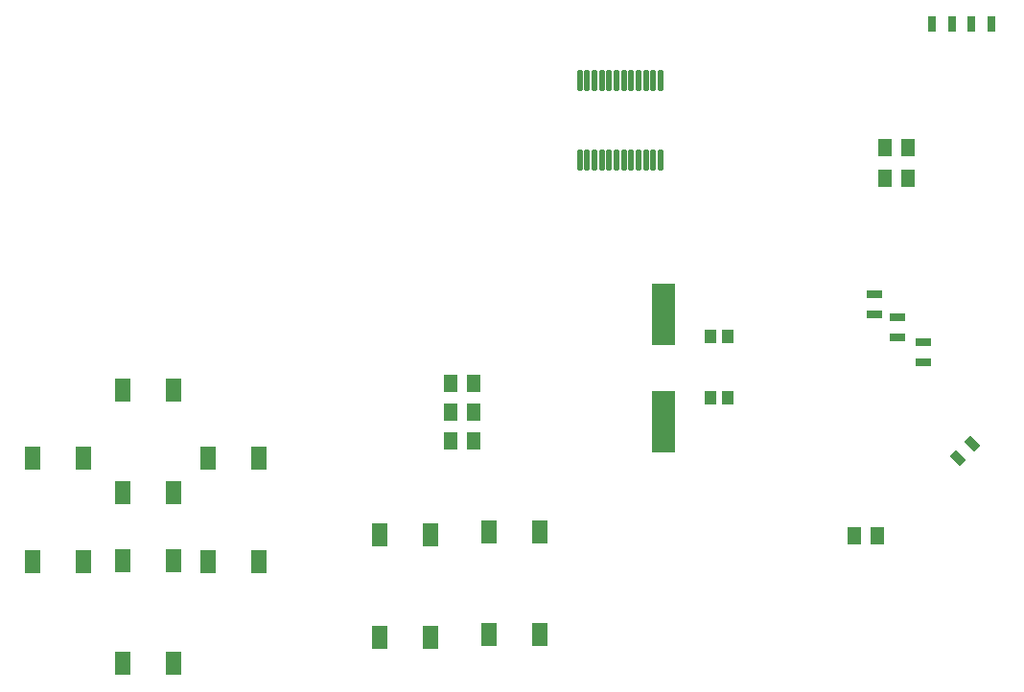
<source format=gtp>
G04*
G04 #@! TF.GenerationSoftware,Altium Limited,Altium Designer,22.1.2 (22)*
G04*
G04 Layer_Color=8421504*
%FSLAX25Y25*%
%MOIN*%
G70*
G04*
G04 #@! TF.SameCoordinates,2374D94A-E5D5-4E5D-BBDB-F5A8C7ADDA7F*
G04*
G04*
G04 #@! TF.FilePolarity,Positive*
G04*
G01*
G75*
%ADD16R,0.04500X0.06000*%
G04:AMPARAMS|DCode=17|XSize=51.18mil|YSize=29.92mil|CornerRadius=3.74mil|HoleSize=0mil|Usage=FLASHONLY|Rotation=135.000|XOffset=0mil|YOffset=0mil|HoleType=Round|Shape=RoundedRectangle|*
%AMROUNDEDRECTD17*
21,1,0.05118,0.02244,0,0,135.0*
21,1,0.04370,0.02992,0,0,135.0*
1,1,0.00748,-0.00752,0.02339*
1,1,0.00748,0.02339,-0.00752*
1,1,0.00748,0.00752,-0.02339*
1,1,0.00748,-0.02339,0.00752*
%
%ADD17ROUNDEDRECTD17*%
%ADD18R,0.03937X0.05118*%
%ADD19R,0.07874X0.21654*%
%ADD20R,0.05512X0.08268*%
G04:AMPARAMS|DCode=21|XSize=51.18mil|YSize=29.92mil|CornerRadius=3.74mil|HoleSize=0mil|Usage=FLASHONLY|Rotation=90.000|XOffset=0mil|YOffset=0mil|HoleType=Round|Shape=RoundedRectangle|*
%AMROUNDEDRECTD21*
21,1,0.05118,0.02244,0,0,90.0*
21,1,0.04370,0.02992,0,0,90.0*
1,1,0.00748,0.01122,0.02185*
1,1,0.00748,0.01122,-0.02185*
1,1,0.00748,-0.01122,-0.02185*
1,1,0.00748,-0.01122,0.02185*
%
%ADD21ROUNDEDRECTD21*%
G04:AMPARAMS|DCode=22|XSize=74.8mil|YSize=18.9mil|CornerRadius=4.72mil|HoleSize=0mil|Usage=FLASHONLY|Rotation=90.000|XOffset=0mil|YOffset=0mil|HoleType=Round|Shape=RoundedRectangle|*
%AMROUNDEDRECTD22*
21,1,0.07480,0.00945,0,0,90.0*
21,1,0.06535,0.01890,0,0,90.0*
1,1,0.00945,0.00472,0.03268*
1,1,0.00945,0.00472,-0.03268*
1,1,0.00945,-0.00472,-0.03268*
1,1,0.00945,-0.00472,0.03268*
%
%ADD22ROUNDEDRECTD22*%
G04:AMPARAMS|DCode=23|XSize=51.18mil|YSize=29.92mil|CornerRadius=3.74mil|HoleSize=0mil|Usage=FLASHONLY|Rotation=180.000|XOffset=0mil|YOffset=0mil|HoleType=Round|Shape=RoundedRectangle|*
%AMROUNDEDRECTD23*
21,1,0.05118,0.02244,0,0,180.0*
21,1,0.04370,0.02992,0,0,180.0*
1,1,0.00748,-0.02185,0.01122*
1,1,0.00748,0.02185,0.01122*
1,1,0.00748,0.02185,-0.01122*
1,1,0.00748,-0.02185,-0.01122*
%
%ADD23ROUNDEDRECTD23*%
D16*
X367000Y61000D02*
D03*
X375000D02*
D03*
X385500Y185500D02*
D03*
X377500D02*
D03*
X385500Y196000D02*
D03*
X377500D02*
D03*
X234500Y114056D02*
D03*
X226500D02*
D03*
X234500Y104000D02*
D03*
X226500D02*
D03*
X234500Y93944D02*
D03*
X226500D02*
D03*
D17*
X407978Y92978D02*
D03*
X402995Y87995D02*
D03*
D18*
X322953Y130500D02*
D03*
X317047D02*
D03*
Y109000D02*
D03*
X322953D02*
D03*
D19*
X300500Y138201D02*
D03*
Y100799D02*
D03*
D20*
X130358Y111827D02*
D03*
Y76000D02*
D03*
X112642D02*
D03*
Y111827D02*
D03*
X219500Y61461D02*
D03*
Y25634D02*
D03*
X201783D02*
D03*
Y61461D02*
D03*
X159858Y87913D02*
D03*
Y52087D02*
D03*
X142142D02*
D03*
Y87913D02*
D03*
X257500Y62461D02*
D03*
Y26634D02*
D03*
X239783D02*
D03*
Y62461D02*
D03*
X98858Y87913D02*
D03*
Y52087D02*
D03*
X81142D02*
D03*
Y87913D02*
D03*
X130358Y52413D02*
D03*
Y16587D02*
D03*
X112642D02*
D03*
Y52413D02*
D03*
D21*
X401004Y239000D02*
D03*
X393957D02*
D03*
X407500D02*
D03*
X414547D02*
D03*
D22*
X271425Y191701D02*
D03*
X273984D02*
D03*
X276543D02*
D03*
X279102D02*
D03*
X281661D02*
D03*
X284220D02*
D03*
X286780D02*
D03*
X289339D02*
D03*
X291898D02*
D03*
X294457D02*
D03*
X297016D02*
D03*
X299575D02*
D03*
Y219299D02*
D03*
X297016D02*
D03*
X294457D02*
D03*
X291898D02*
D03*
X289339D02*
D03*
X286780D02*
D03*
X284220D02*
D03*
X281661D02*
D03*
X279102D02*
D03*
X276543D02*
D03*
X273984D02*
D03*
X271425D02*
D03*
D23*
X391000Y128504D02*
D03*
Y121457D02*
D03*
X382000Y137004D02*
D03*
Y129957D02*
D03*
X374000Y145004D02*
D03*
Y137957D02*
D03*
M02*

</source>
